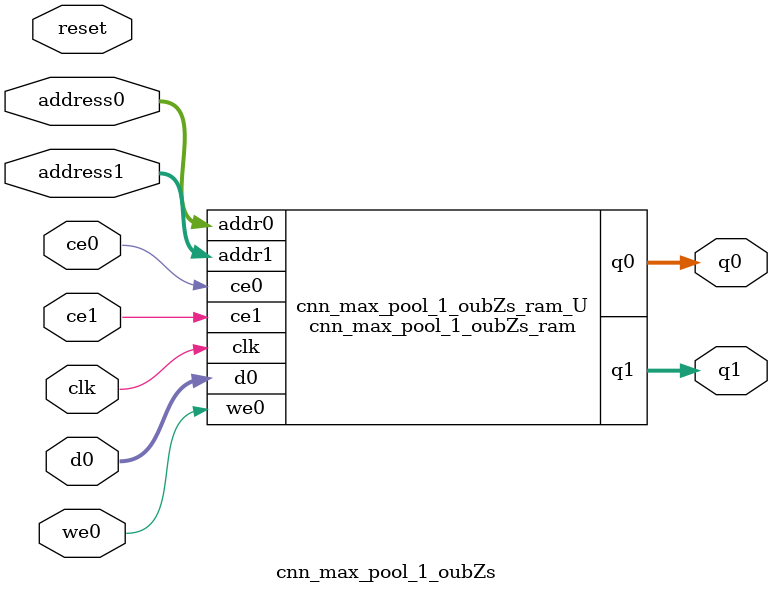
<source format=v>
`timescale 1 ns / 1 ps
module cnn_max_pool_1_oubZs_ram (addr0, ce0, d0, we0, q0, addr1, ce1, q1,  clk);

parameter DWIDTH = 14;
parameter AWIDTH = 8;
parameter MEM_SIZE = 169;

input[AWIDTH-1:0] addr0;
input ce0;
input[DWIDTH-1:0] d0;
input we0;
output reg[DWIDTH-1:0] q0;
input[AWIDTH-1:0] addr1;
input ce1;
output reg[DWIDTH-1:0] q1;
input clk;

(* ram_style = "block" *)reg [DWIDTH-1:0] ram[0:MEM_SIZE-1];




always @(posedge clk)  
begin 
    if (ce0) 
    begin
        if (we0) 
        begin 
            ram[addr0] <= d0; 
        end 
        q0 <= ram[addr0];
    end
end


always @(posedge clk)  
begin 
    if (ce1) 
    begin
        q1 <= ram[addr1];
    end
end


endmodule

`timescale 1 ns / 1 ps
module cnn_max_pool_1_oubZs(
    reset,
    clk,
    address0,
    ce0,
    we0,
    d0,
    q0,
    address1,
    ce1,
    q1);

parameter DataWidth = 32'd14;
parameter AddressRange = 32'd169;
parameter AddressWidth = 32'd8;
input reset;
input clk;
input[AddressWidth - 1:0] address0;
input ce0;
input we0;
input[DataWidth - 1:0] d0;
output[DataWidth - 1:0] q0;
input[AddressWidth - 1:0] address1;
input ce1;
output[DataWidth - 1:0] q1;



cnn_max_pool_1_oubZs_ram cnn_max_pool_1_oubZs_ram_U(
    .clk( clk ),
    .addr0( address0 ),
    .ce0( ce0 ),
    .we0( we0 ),
    .d0( d0 ),
    .q0( q0 ),
    .addr1( address1 ),
    .ce1( ce1 ),
    .q1( q1 ));

endmodule


</source>
